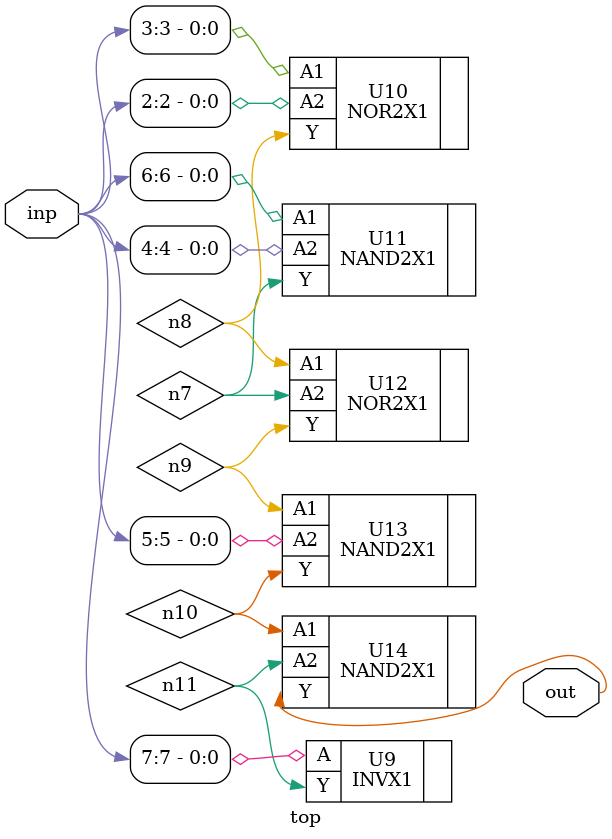
<source format=sv>


module top ( inp, out );
  input [7:0] inp;
  output out;
  wire   n7, n8, n9, n10, n11;

  INVX1 U9 ( .A(inp[7]), .Y(n11) );
  NOR2X1 U10 ( .A1(inp[3]), .A2(inp[2]), .Y(n8) );
  NAND2X1 U11 ( .A1(inp[6]), .A2(inp[4]), .Y(n7) );
  NOR2X1 U12 ( .A1(n8), .A2(n7), .Y(n9) );
  NAND2X1 U13 ( .A1(n9), .A2(inp[5]), .Y(n10) );
  NAND2X1 U14 ( .A1(n10), .A2(n11), .Y(out) );
endmodule


</source>
